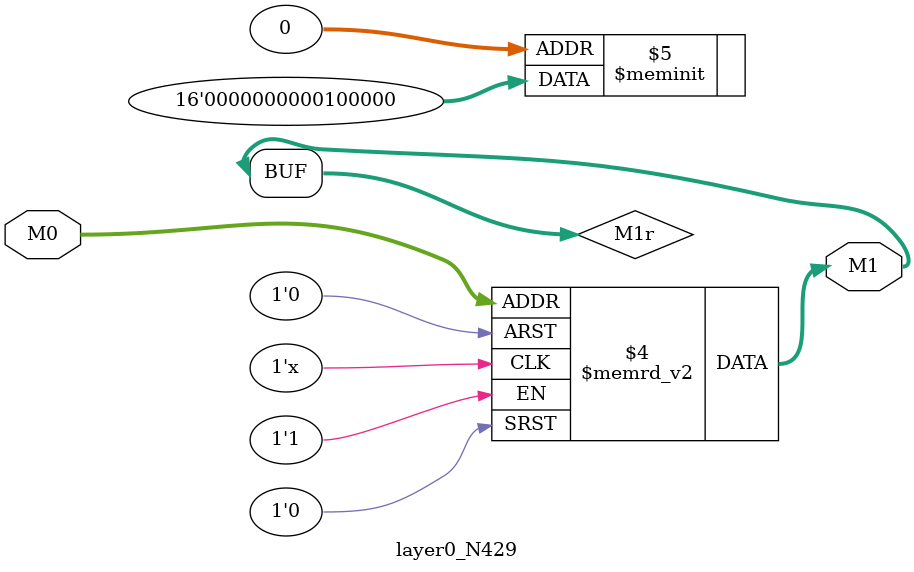
<source format=v>
module layer0_N429 ( input [2:0] M0, output [1:0] M1 );

	(*rom_style = "distributed" *) reg [1:0] M1r;
	assign M1 = M1r;
	always @ (M0) begin
		case (M0)
			3'b000: M1r = 2'b00;
			3'b100: M1r = 2'b00;
			3'b010: M1r = 2'b10;
			3'b110: M1r = 2'b00;
			3'b001: M1r = 2'b00;
			3'b101: M1r = 2'b00;
			3'b011: M1r = 2'b00;
			3'b111: M1r = 2'b00;

		endcase
	end
endmodule

</source>
